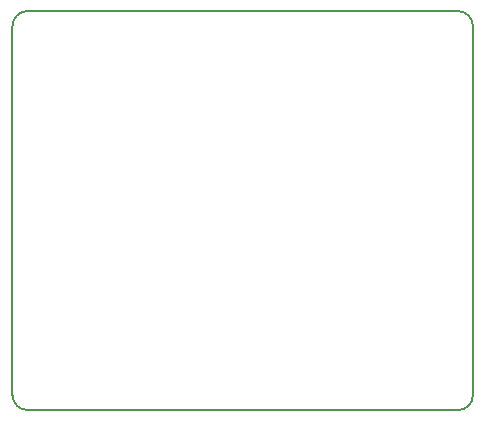
<source format=gko>
G04*
G04 #@! TF.GenerationSoftware,Altium Limited,Altium Designer,21.9.2 (33)*
G04*
G04 Layer_Color=16711935*
%FSLAX25Y25*%
%MOIN*%
G70*
G04*
G04 #@! TF.SameCoordinates,B3B583D4-C640-4B2B-ADA5-D9C5F36933B9*
G04*
G04*
G04 #@! TF.FilePolarity,Positive*
G04*
G01*
G75*
%ADD15C,0.00600*%
D15*
X286500Y500000D02*
G03*
X281500Y495000I0J-5000D01*
G01*
X435000D02*
G03*
X430000Y500000I-5000J0D01*
G01*
Y367000D02*
G03*
X435000Y372000I0J5000D01*
G01*
X281500D02*
G03*
X286500Y367000I5000J0D01*
G01*
Y500000D02*
X430000D01*
X435000Y372000D02*
Y495000D01*
X286500Y367000D02*
X430000D01*
X281500Y495000D02*
X281500Y372000D01*
M02*

</source>
